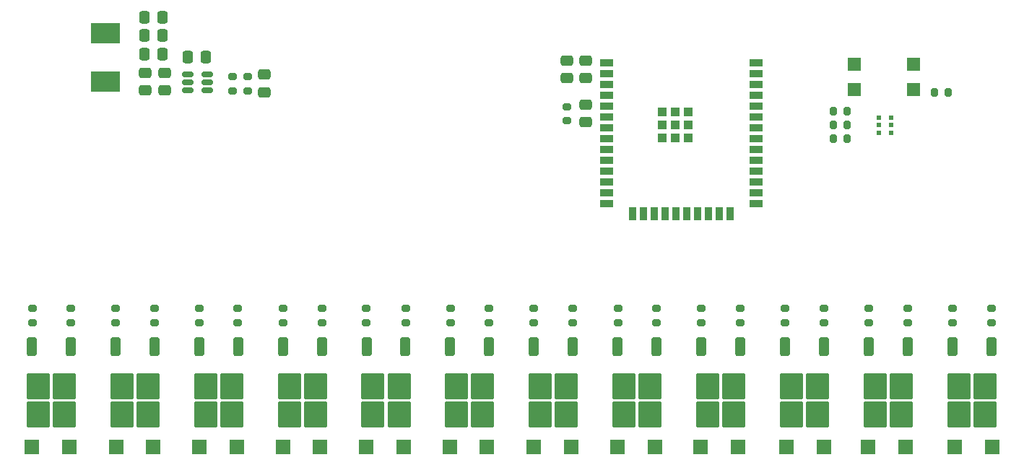
<source format=gbr>
%TF.GenerationSoftware,KiCad,Pcbnew,7.0.9*%
%TF.CreationDate,2023-12-31T09:39:46+02:00*%
%TF.ProjectId,RainMaker,5261696e-4d61-46b6-9572-2e6b69636164,rev?*%
%TF.SameCoordinates,Original*%
%TF.FileFunction,Paste,Top*%
%TF.FilePolarity,Positive*%
%FSLAX46Y46*%
G04 Gerber Fmt 4.6, Leading zero omitted, Abs format (unit mm)*
G04 Created by KiCad (PCBNEW 7.0.9) date 2023-12-31 09:39:46*
%MOMM*%
%LPD*%
G01*
G04 APERTURE LIST*
G04 Aperture macros list*
%AMRoundRect*
0 Rectangle with rounded corners*
0 $1 Rounding radius*
0 $2 $3 $4 $5 $6 $7 $8 $9 X,Y pos of 4 corners*
0 Add a 4 corners polygon primitive as box body*
4,1,4,$2,$3,$4,$5,$6,$7,$8,$9,$2,$3,0*
0 Add four circle primitives for the rounded corners*
1,1,$1+$1,$2,$3*
1,1,$1+$1,$4,$5*
1,1,$1+$1,$6,$7*
1,1,$1+$1,$8,$9*
0 Add four rect primitives between the rounded corners*
20,1,$1+$1,$2,$3,$4,$5,0*
20,1,$1+$1,$4,$5,$6,$7,0*
20,1,$1+$1,$6,$7,$8,$9,0*
20,1,$1+$1,$8,$9,$2,$3,0*%
G04 Aperture macros list end*
%ADD10RoundRect,0.200000X0.200000X0.275000X-0.200000X0.275000X-0.200000X-0.275000X0.200000X-0.275000X0*%
%ADD11RoundRect,0.200000X-0.275000X0.200000X-0.275000X-0.200000X0.275000X-0.200000X0.275000X0.200000X0*%
%ADD12RoundRect,0.250000X-0.337500X-0.475000X0.337500X-0.475000X0.337500X0.475000X-0.337500X0.475000X0*%
%ADD13R,1.800000X1.700000*%
%ADD14RoundRect,0.250000X-0.475000X0.337500X-0.475000X-0.337500X0.475000X-0.337500X0.475000X0.337500X0*%
%ADD15RoundRect,0.150000X-0.512500X-0.150000X0.512500X-0.150000X0.512500X0.150000X-0.512500X0.150000X0*%
%ADD16RoundRect,0.250000X-0.350000X0.850000X-0.350000X-0.850000X0.350000X-0.850000X0.350000X0.850000X0*%
%ADD17RoundRect,0.250000X-1.125000X1.275000X-1.125000X-1.275000X1.125000X-1.275000X1.125000X1.275000X0*%
%ADD18RoundRect,0.250000X0.475000X-0.337500X0.475000X0.337500X-0.475000X0.337500X-0.475000X-0.337500X0*%
%ADD19RoundRect,0.250000X0.337500X0.475000X-0.337500X0.475000X-0.337500X-0.475000X0.337500X-0.475000X0*%
%ADD20R,1.500000X1.500000*%
%ADD21RoundRect,0.200000X0.275000X-0.200000X0.275000X0.200000X-0.275000X0.200000X-0.275000X-0.200000X0*%
%ADD22RoundRect,0.200000X-0.200000X-0.275000X0.200000X-0.275000X0.200000X0.275000X-0.200000X0.275000X0*%
%ADD23R,3.500000X2.350000*%
%ADD24R,1.500000X0.900000*%
%ADD25R,0.900000X1.500000*%
%ADD26R,1.050000X1.050000*%
%ADD27R,0.600000X0.600000*%
G04 APERTURE END LIST*
D10*
%TO.C,R26*%
X153675000Y-66550000D03*
X152025000Y-66550000D03*
%TD*%
D11*
%TO.C,R9*%
X82222476Y-86475000D03*
X82222476Y-88125000D03*
%TD*%
%TO.C,R22*%
X150922476Y-86475000D03*
X150922476Y-88125000D03*
%TD*%
%TO.C,R14*%
X126772476Y-86475000D03*
X126772476Y-88125000D03*
%TD*%
%TO.C,R15*%
X136572476Y-86475000D03*
X136572476Y-88125000D03*
%TD*%
D12*
%TO.C,C8*%
X71300000Y-52300000D03*
X73375000Y-52300000D03*
%TD*%
D13*
%TO.C,D8*%
X131115000Y-102665000D03*
X126735000Y-102665000D03*
%TD*%
%TO.C,D7*%
X121315000Y-102665000D03*
X116935000Y-102665000D03*
%TD*%
D14*
%TO.C,C2*%
X123000000Y-62562500D03*
X123000000Y-64637500D03*
%TD*%
D15*
%TO.C,U1*%
X76350000Y-59000000D03*
X76350000Y-59950000D03*
X76350000Y-60900000D03*
X78625000Y-60900000D03*
X78625000Y-59950000D03*
X78625000Y-59000000D03*
%TD*%
D16*
%TO.C,Q6*%
X111672436Y-90925000D03*
D17*
X110917436Y-95550000D03*
X107867436Y-95550000D03*
X110917436Y-98900000D03*
X107867436Y-98900000D03*
D16*
X107112436Y-90925000D03*
%TD*%
D11*
%TO.C,R21*%
X141122476Y-86475000D03*
X141122476Y-88125000D03*
%TD*%
%TO.C,R8*%
X72422476Y-86475000D03*
X72422476Y-88125000D03*
%TD*%
D13*
%TO.C,D10*%
X150915000Y-102665000D03*
X146535000Y-102665000D03*
%TD*%
D16*
%TO.C,Q12*%
X170555000Y-90925000D03*
D17*
X169800000Y-95550000D03*
X166750000Y-95550000D03*
X169800000Y-98900000D03*
X166750000Y-98900000D03*
D16*
X165995000Y-90925000D03*
%TD*%
%TO.C,Q1*%
X62603636Y-90925000D03*
D17*
X61848636Y-95550000D03*
X58798636Y-95550000D03*
X61848636Y-98900000D03*
X58798636Y-98900000D03*
D16*
X58043636Y-90925000D03*
%TD*%
D18*
%TO.C,C4*%
X73637500Y-60900000D03*
X73637500Y-58825000D03*
%TD*%
D16*
%TO.C,Q7*%
X121486196Y-90925000D03*
D17*
X120731196Y-95550000D03*
X117681196Y-95550000D03*
X120731196Y-98900000D03*
X117681196Y-98900000D03*
D16*
X116926196Y-90925000D03*
%TD*%
D11*
%TO.C,R18*%
X165972476Y-86475000D03*
X165972476Y-88125000D03*
%TD*%
D16*
%TO.C,Q2*%
X72417396Y-90925000D03*
D17*
X71662396Y-95550000D03*
X68612396Y-95550000D03*
X71662396Y-98900000D03*
X68612396Y-98900000D03*
D16*
X67857396Y-90925000D03*
%TD*%
D13*
%TO.C,D3*%
X82115000Y-102665000D03*
X77735000Y-102665000D03*
%TD*%
D11*
%TO.C,R23*%
X160722476Y-86475000D03*
X160722476Y-88125000D03*
%TD*%
%TO.C,R2*%
X67872476Y-86475000D03*
X67872476Y-88125000D03*
%TD*%
%TO.C,R19*%
X121472476Y-86475000D03*
X121472476Y-88125000D03*
%TD*%
D19*
%TO.C,C7*%
X78437500Y-57000000D03*
X76362500Y-57000000D03*
%TD*%
D18*
%TO.C,C3*%
X71337500Y-60900000D03*
X71337500Y-58825000D03*
%TD*%
D10*
%TO.C,R27*%
X153675000Y-64950000D03*
X152025000Y-64950000D03*
%TD*%
D13*
%TO.C,D4*%
X91865000Y-102665000D03*
X87485000Y-102665000D03*
%TD*%
D11*
%TO.C,R25*%
X120800000Y-62800000D03*
X120800000Y-64450000D03*
%TD*%
%TO.C,R5*%
X97252908Y-86475000D03*
X97252908Y-88125000D03*
%TD*%
D13*
%TO.C,D2*%
X72315000Y-102665000D03*
X67935000Y-102665000D03*
%TD*%
D20*
%TO.C,SW1*%
X154450000Y-57800000D03*
X161450000Y-57800000D03*
X154450000Y-60800000D03*
X161450000Y-60800000D03*
%TD*%
D16*
%TO.C,Q11*%
X160741236Y-90925000D03*
D17*
X159986236Y-95550000D03*
X156936236Y-95550000D03*
X159986236Y-98900000D03*
X156936236Y-98900000D03*
D16*
X156181236Y-90925000D03*
%TD*%
D11*
%TO.C,R4*%
X87472476Y-86475000D03*
X87472476Y-88125000D03*
%TD*%
%TO.C,R10*%
X92072476Y-86475000D03*
X92072476Y-88125000D03*
%TD*%
D21*
%TO.C,R31*%
X81550000Y-60937500D03*
X81550000Y-59287500D03*
%TD*%
D16*
%TO.C,Q9*%
X141113716Y-90925000D03*
D17*
X140358716Y-95550000D03*
X137308716Y-95550000D03*
X140358716Y-98900000D03*
X137308716Y-98900000D03*
D16*
X136553716Y-90925000D03*
%TD*%
D11*
%TO.C,R17*%
X156172476Y-86475000D03*
X156172476Y-88125000D03*
%TD*%
D18*
%TO.C,C5*%
X120800000Y-59437500D03*
X120800000Y-57362500D03*
%TD*%
D14*
%TO.C,C11*%
X85300000Y-59025000D03*
X85300000Y-61100000D03*
%TD*%
D16*
%TO.C,Q8*%
X131299956Y-90925000D03*
D17*
X130544956Y-95550000D03*
X127494956Y-95550000D03*
X130544956Y-98900000D03*
X127494956Y-98900000D03*
D16*
X126739956Y-90925000D03*
%TD*%
D11*
%TO.C,R30*%
X83400000Y-59287500D03*
X83400000Y-60937500D03*
%TD*%
%TO.C,R20*%
X131322476Y-86475000D03*
X131322476Y-88125000D03*
%TD*%
D22*
%TO.C,R29*%
X163875000Y-61150000D03*
X165525000Y-61150000D03*
%TD*%
D12*
%TO.C,C9*%
X71300000Y-54450000D03*
X73375000Y-54450000D03*
%TD*%
D11*
%TO.C,R11*%
X101872476Y-86475000D03*
X101872476Y-88125000D03*
%TD*%
D16*
%TO.C,Q4*%
X92044916Y-90925000D03*
D17*
X91289916Y-95550000D03*
X88239916Y-95550000D03*
X91289916Y-98900000D03*
X88239916Y-98900000D03*
D16*
X87484916Y-90925000D03*
%TD*%
D13*
%TO.C,D9*%
X140815000Y-102665000D03*
X136435000Y-102665000D03*
%TD*%
%TO.C,D6*%
X111415000Y-102665000D03*
X107035000Y-102665000D03*
%TD*%
%TO.C,D11*%
X160515000Y-102665000D03*
X156135000Y-102665000D03*
%TD*%
D11*
%TO.C,R7*%
X62622476Y-86475000D03*
X62622476Y-88125000D03*
%TD*%
%TO.C,R13*%
X116922476Y-86475000D03*
X116922476Y-88125000D03*
%TD*%
D18*
%TO.C,C6*%
X123000000Y-59437500D03*
X123000000Y-57362500D03*
%TD*%
D16*
%TO.C,Q5*%
X101858676Y-90925000D03*
D17*
X101103676Y-95550000D03*
X98053676Y-95550000D03*
X101103676Y-98900000D03*
X98053676Y-98900000D03*
D16*
X97298676Y-90925000D03*
%TD*%
D23*
%TO.C,L1*%
X66650000Y-59850000D03*
X66650000Y-54150000D03*
%TD*%
D16*
%TO.C,Q10*%
X150927476Y-90925000D03*
D17*
X150172476Y-95550000D03*
X147122476Y-95550000D03*
X150172476Y-98900000D03*
X147122476Y-98900000D03*
D16*
X146367476Y-90925000D03*
%TD*%
D11*
%TO.C,R24*%
X170572476Y-86475000D03*
X170572476Y-88125000D03*
%TD*%
D13*
%TO.C,D12*%
X170665000Y-102665000D03*
X166285000Y-102665000D03*
%TD*%
D16*
%TO.C,Q3*%
X82231156Y-90925000D03*
D17*
X81476156Y-95550000D03*
X78426156Y-95550000D03*
X81476156Y-98900000D03*
X78426156Y-98900000D03*
D16*
X77671156Y-90925000D03*
%TD*%
D13*
%TO.C,D1*%
X62465000Y-102665000D03*
X58085000Y-102665000D03*
%TD*%
%TO.C,D5*%
X101665000Y-102665000D03*
X97285000Y-102665000D03*
%TD*%
D11*
%TO.C,R16*%
X146372476Y-86475000D03*
X146372476Y-88125000D03*
%TD*%
D12*
%TO.C,C10*%
X71300000Y-56600000D03*
X73375000Y-56600000D03*
%TD*%
D24*
%TO.C,U2*%
X125450000Y-57620000D03*
X125450000Y-58890000D03*
X125450000Y-60160000D03*
X125450000Y-61430000D03*
X125450000Y-62700000D03*
X125450000Y-63970000D03*
X125450000Y-65240000D03*
X125450000Y-66510000D03*
X125450000Y-67780000D03*
X125450000Y-69050000D03*
X125450000Y-70320000D03*
X125450000Y-71590000D03*
X125450000Y-72860000D03*
X125450000Y-74130000D03*
D25*
X128490000Y-75380000D03*
X129760000Y-75380000D03*
X131030000Y-75380000D03*
X132300000Y-75380000D03*
X133570000Y-75380000D03*
X134840000Y-75380000D03*
X136110000Y-75380000D03*
X137380000Y-75380000D03*
X138650000Y-75380000D03*
X139920000Y-75380000D03*
D24*
X142950000Y-74130000D03*
X142950000Y-72860000D03*
X142950000Y-71590000D03*
X142950000Y-70320000D03*
X142950000Y-69050000D03*
X142950000Y-67780000D03*
X142950000Y-66510000D03*
X142950000Y-65240000D03*
X142950000Y-63970000D03*
X142950000Y-62700000D03*
X142950000Y-61430000D03*
X142950000Y-60160000D03*
X142950000Y-58890000D03*
X142950000Y-57620000D03*
D26*
X131995000Y-63435000D03*
X131995000Y-64960000D03*
X131995000Y-66485000D03*
X133520000Y-63435000D03*
X133520000Y-64960000D03*
X133520000Y-66485000D03*
X135045000Y-63435000D03*
X135045000Y-64960000D03*
X135045000Y-66485000D03*
%TD*%
D11*
%TO.C,R1*%
X58122476Y-86475000D03*
X58122476Y-88125000D03*
%TD*%
D27*
%TO.C,LED1*%
X158800000Y-65850000D03*
X158800000Y-64950000D03*
X158800000Y-64050000D03*
X157400000Y-65850000D03*
X157400000Y-64950000D03*
X157400000Y-64050000D03*
%TD*%
D11*
%TO.C,R12*%
X111672476Y-86475000D03*
X111672476Y-88125000D03*
%TD*%
D10*
%TO.C,R28*%
X153675000Y-63350000D03*
X152025000Y-63350000D03*
%TD*%
D11*
%TO.C,R6*%
X107122476Y-86475000D03*
X107122476Y-88125000D03*
%TD*%
%TO.C,R3*%
X77672476Y-86475000D03*
X77672476Y-88125000D03*
%TD*%
M02*

</source>
